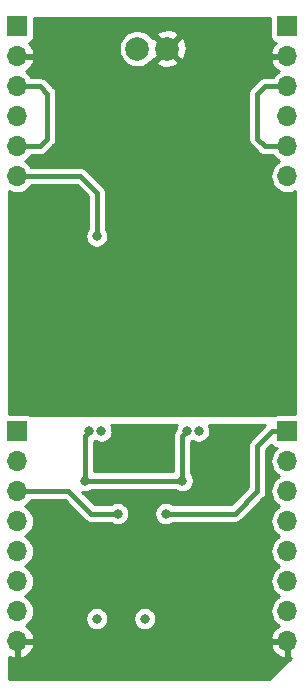
<source format=gbr>
G04 #@! TF.GenerationSoftware,KiCad,Pcbnew,(5.1.2)-2*
G04 #@! TF.CreationDate,2019-12-14T19:53:28+01:00*
G04 #@! TF.ProjectId,IS1212_click,49533132-3132-45f6-936c-69636b2e6b69,rev?*
G04 #@! TF.SameCoordinates,Original*
G04 #@! TF.FileFunction,Copper,L2,Bot*
G04 #@! TF.FilePolarity,Positive*
%FSLAX46Y46*%
G04 Gerber Fmt 4.6, Leading zero omitted, Abs format (unit mm)*
G04 Created by KiCad (PCBNEW (5.1.2)-2) date 2019-12-14 19:53:28*
%MOMM*%
%LPD*%
G04 APERTURE LIST*
%ADD10R,1.700000X1.700000*%
%ADD11O,1.700000X1.700000*%
%ADD12C,2.000000*%
%ADD13C,0.800000*%
%ADD14C,0.381000*%
%ADD15C,0.254000*%
G04 APERTURE END LIST*
D10*
X64770000Y-96520000D03*
D11*
X64770000Y-99060000D03*
X64770000Y-101600000D03*
X64770000Y-104140000D03*
X64770000Y-106680000D03*
X64770000Y-109220000D03*
X87630000Y-109220000D03*
X87630000Y-106680000D03*
X87630000Y-104140000D03*
X87630000Y-101600000D03*
X87630000Y-99060000D03*
D10*
X87630000Y-96520000D03*
D12*
X74930000Y-98425000D03*
X77470000Y-98425000D03*
D10*
X64770000Y-130810000D03*
D11*
X64770000Y-133350000D03*
X64770000Y-135890000D03*
X64770000Y-138430000D03*
X64770000Y-140970000D03*
X64770000Y-143510000D03*
X64770000Y-146050000D03*
X64770000Y-148590000D03*
X87630000Y-148590000D03*
X87630000Y-146050000D03*
X87630000Y-143510000D03*
X87630000Y-140970000D03*
X87630000Y-138430000D03*
X87630000Y-135890000D03*
X87630000Y-133350000D03*
D10*
X87630000Y-130810000D03*
D13*
X70485000Y-135001000D03*
X78740000Y-135001000D03*
X82423000Y-130810000D03*
X81407000Y-130810000D03*
X73152000Y-130810000D03*
X74168000Y-130810000D03*
X81915000Y-146685000D03*
X81280000Y-142875000D03*
X77470000Y-142875000D03*
X73025000Y-142875000D03*
X69215000Y-142875000D03*
X70866000Y-130810000D03*
X71882000Y-130810000D03*
X79121000Y-130810000D03*
X80137000Y-130810000D03*
X74041000Y-118745000D03*
X68199000Y-118745000D03*
X71501000Y-114300000D03*
X75565000Y-146685000D03*
X71501000Y-146685000D03*
X80947500Y-118745000D03*
X84787500Y-118745000D03*
X73279000Y-137795000D03*
X77343000Y-137795000D03*
D14*
X64770000Y-106680000D02*
X66675000Y-106680000D01*
X66675000Y-106680000D02*
X67310000Y-106045000D01*
X67310000Y-106045000D02*
X67310000Y-102235000D01*
X66675000Y-101600000D02*
X64770000Y-101600000D01*
X67310000Y-102235000D02*
X66675000Y-101600000D01*
X87630000Y-106680000D02*
X85725000Y-106680000D01*
X85725000Y-106680000D02*
X85090000Y-106045000D01*
X85090000Y-106045000D02*
X85090000Y-102235000D01*
X85090000Y-102235000D02*
X85725000Y-101600000D01*
X85725000Y-101600000D02*
X87630000Y-101600000D01*
X64770000Y-109220000D02*
X70104000Y-109220000D01*
X71501000Y-110617000D02*
X71501000Y-114300000D01*
X70104000Y-109220000D02*
X71501000Y-110617000D01*
X69215000Y-142875000D02*
X69215000Y-144145000D01*
X69215000Y-144145000D02*
X67310000Y-146050000D01*
X67310000Y-146050000D02*
X67310000Y-147955000D01*
X66675000Y-148590000D02*
X64770000Y-148590000D01*
X67310000Y-147955000D02*
X66675000Y-148590000D01*
X81280000Y-146050000D02*
X81915000Y-146685000D01*
X81280000Y-142875000D02*
X81280000Y-146050000D01*
X81280000Y-142875000D02*
X77470000Y-142875000D01*
X69215000Y-142875000D02*
X73025000Y-142875000D01*
X83820000Y-148590000D02*
X81915000Y-146685000D01*
X87630000Y-148590000D02*
X83820000Y-148590000D01*
X70485000Y-135001000D02*
X78740000Y-135001000D01*
X70485000Y-131191000D02*
X70866000Y-130810000D01*
X70485000Y-135001000D02*
X70485000Y-131191000D01*
X78740000Y-131191000D02*
X79121000Y-130810000D01*
X78740000Y-135001000D02*
X78740000Y-131191000D01*
X73279000Y-137795000D02*
X70993000Y-137795000D01*
X69088000Y-135890000D02*
X64770000Y-135890000D01*
X70993000Y-137795000D02*
X69088000Y-135890000D01*
X77343000Y-137795000D02*
X83185000Y-137795000D01*
X83185000Y-137795000D02*
X85090000Y-135890000D01*
X85090000Y-135890000D02*
X85090000Y-132080000D01*
X86360000Y-130810000D02*
X87630000Y-130810000D01*
X85090000Y-132080000D02*
X86360000Y-130810000D01*
D15*
G36*
X84569111Y-131505298D02*
G01*
X84539555Y-131529554D01*
X84515299Y-131559110D01*
X84515297Y-131559112D01*
X84502687Y-131574478D01*
X84442745Y-131647517D01*
X84370809Y-131782101D01*
X84326510Y-131928133D01*
X84311552Y-132080000D01*
X84315301Y-132118063D01*
X84315300Y-135569109D01*
X82864109Y-137020300D01*
X77955093Y-137020300D01*
X77809193Y-136922813D01*
X77630081Y-136848622D01*
X77439935Y-136810800D01*
X77246065Y-136810800D01*
X77055919Y-136848622D01*
X76876807Y-136922813D01*
X76715609Y-137030522D01*
X76578522Y-137167609D01*
X76470813Y-137328807D01*
X76396622Y-137507919D01*
X76358800Y-137698065D01*
X76358800Y-137891935D01*
X76396622Y-138082081D01*
X76470813Y-138261193D01*
X76578522Y-138422391D01*
X76715609Y-138559478D01*
X76876807Y-138667187D01*
X77055919Y-138741378D01*
X77246065Y-138779200D01*
X77439935Y-138779200D01*
X77630081Y-138741378D01*
X77809193Y-138667187D01*
X77955093Y-138569700D01*
X83146947Y-138569700D01*
X83185000Y-138573448D01*
X83223053Y-138569700D01*
X83336868Y-138558490D01*
X83482899Y-138514192D01*
X83617483Y-138442256D01*
X83735446Y-138345446D01*
X83759707Y-138315884D01*
X85610885Y-136464706D01*
X85640446Y-136440446D01*
X85737256Y-136322483D01*
X85790608Y-136222668D01*
X85809192Y-136187900D01*
X85853490Y-136041868D01*
X85868448Y-135890000D01*
X85864700Y-135851947D01*
X85864700Y-132400891D01*
X86287570Y-131978021D01*
X86291906Y-131986134D01*
X86364910Y-132075090D01*
X86453866Y-132148094D01*
X86555355Y-132202341D01*
X86665477Y-132235746D01*
X86720390Y-132241155D01*
X86610961Y-132330961D01*
X86431737Y-132549346D01*
X86298561Y-132798500D01*
X86216552Y-133068848D01*
X86188861Y-133350000D01*
X86216552Y-133631152D01*
X86298561Y-133901500D01*
X86431737Y-134150654D01*
X86610961Y-134369039D01*
X86829346Y-134548263D01*
X86963556Y-134620000D01*
X86829346Y-134691737D01*
X86610961Y-134870961D01*
X86431737Y-135089346D01*
X86298561Y-135338500D01*
X86216552Y-135608848D01*
X86188861Y-135890000D01*
X86216552Y-136171152D01*
X86298561Y-136441500D01*
X86431737Y-136690654D01*
X86610961Y-136909039D01*
X86829346Y-137088263D01*
X86963556Y-137160000D01*
X86829346Y-137231737D01*
X86610961Y-137410961D01*
X86431737Y-137629346D01*
X86298561Y-137878500D01*
X86216552Y-138148848D01*
X86188861Y-138430000D01*
X86216552Y-138711152D01*
X86298561Y-138981500D01*
X86431737Y-139230654D01*
X86610961Y-139449039D01*
X86829346Y-139628263D01*
X86963556Y-139700000D01*
X86829346Y-139771737D01*
X86610961Y-139950961D01*
X86431737Y-140169346D01*
X86298561Y-140418500D01*
X86216552Y-140688848D01*
X86188861Y-140970000D01*
X86216552Y-141251152D01*
X86298561Y-141521500D01*
X86431737Y-141770654D01*
X86610961Y-141989039D01*
X86829346Y-142168263D01*
X86963556Y-142240000D01*
X86829346Y-142311737D01*
X86610961Y-142490961D01*
X86431737Y-142709346D01*
X86298561Y-142958500D01*
X86216552Y-143228848D01*
X86188861Y-143510000D01*
X86216552Y-143791152D01*
X86298561Y-144061500D01*
X86431737Y-144310654D01*
X86610961Y-144529039D01*
X86829346Y-144708263D01*
X86963556Y-144780000D01*
X86829346Y-144851737D01*
X86610961Y-145030961D01*
X86431737Y-145249346D01*
X86298561Y-145498500D01*
X86216552Y-145768848D01*
X86188861Y-146050000D01*
X86216552Y-146331152D01*
X86298561Y-146601500D01*
X86431737Y-146850654D01*
X86610961Y-147069039D01*
X86829346Y-147248263D01*
X86916489Y-147294842D01*
X86748645Y-147394822D01*
X86532412Y-147589731D01*
X86358359Y-147823080D01*
X86233175Y-148085901D01*
X86188524Y-148233110D01*
X86309845Y-148463000D01*
X87503000Y-148463000D01*
X87503000Y-148443000D01*
X87757000Y-148443000D01*
X87757000Y-148463000D01*
X87777000Y-148463000D01*
X87777000Y-148717000D01*
X87757000Y-148717000D01*
X87757000Y-149910814D01*
X87908255Y-149990206D01*
X86107662Y-151790800D01*
X64109200Y-151790800D01*
X64109200Y-149916556D01*
X64138748Y-149934157D01*
X64413109Y-150031481D01*
X64643000Y-149910814D01*
X64643000Y-148717000D01*
X64897000Y-148717000D01*
X64897000Y-149910814D01*
X65126891Y-150031481D01*
X65401252Y-149934157D01*
X65651355Y-149785178D01*
X65867588Y-149590269D01*
X66041641Y-149356920D01*
X66166825Y-149094099D01*
X66211476Y-148946890D01*
X86188524Y-148946890D01*
X86233175Y-149094099D01*
X86358359Y-149356920D01*
X86532412Y-149590269D01*
X86748645Y-149785178D01*
X86998748Y-149934157D01*
X87273109Y-150031481D01*
X87503000Y-149910814D01*
X87503000Y-148717000D01*
X86309845Y-148717000D01*
X86188524Y-148946890D01*
X66211476Y-148946890D01*
X66090155Y-148717000D01*
X64897000Y-148717000D01*
X64643000Y-148717000D01*
X64623000Y-148717000D01*
X64623000Y-148463000D01*
X64643000Y-148463000D01*
X64643000Y-148443000D01*
X64897000Y-148443000D01*
X64897000Y-148463000D01*
X66090155Y-148463000D01*
X66211476Y-148233110D01*
X66166825Y-148085901D01*
X66041641Y-147823080D01*
X65867588Y-147589731D01*
X65651355Y-147394822D01*
X65483511Y-147294842D01*
X65570654Y-147248263D01*
X65789039Y-147069039D01*
X65968263Y-146850654D01*
X66101439Y-146601500D01*
X66105514Y-146588065D01*
X70516800Y-146588065D01*
X70516800Y-146781935D01*
X70554622Y-146972081D01*
X70628813Y-147151193D01*
X70736522Y-147312391D01*
X70873609Y-147449478D01*
X71034807Y-147557187D01*
X71213919Y-147631378D01*
X71404065Y-147669200D01*
X71597935Y-147669200D01*
X71788081Y-147631378D01*
X71967193Y-147557187D01*
X72128391Y-147449478D01*
X72265478Y-147312391D01*
X72373187Y-147151193D01*
X72447378Y-146972081D01*
X72485200Y-146781935D01*
X72485200Y-146588065D01*
X74580800Y-146588065D01*
X74580800Y-146781935D01*
X74618622Y-146972081D01*
X74692813Y-147151193D01*
X74800522Y-147312391D01*
X74937609Y-147449478D01*
X75098807Y-147557187D01*
X75277919Y-147631378D01*
X75468065Y-147669200D01*
X75661935Y-147669200D01*
X75852081Y-147631378D01*
X76031193Y-147557187D01*
X76192391Y-147449478D01*
X76329478Y-147312391D01*
X76437187Y-147151193D01*
X76511378Y-146972081D01*
X76549200Y-146781935D01*
X76549200Y-146588065D01*
X76511378Y-146397919D01*
X76437187Y-146218807D01*
X76329478Y-146057609D01*
X76192391Y-145920522D01*
X76031193Y-145812813D01*
X75852081Y-145738622D01*
X75661935Y-145700800D01*
X75468065Y-145700800D01*
X75277919Y-145738622D01*
X75098807Y-145812813D01*
X74937609Y-145920522D01*
X74800522Y-146057609D01*
X74692813Y-146218807D01*
X74618622Y-146397919D01*
X74580800Y-146588065D01*
X72485200Y-146588065D01*
X72447378Y-146397919D01*
X72373187Y-146218807D01*
X72265478Y-146057609D01*
X72128391Y-145920522D01*
X71967193Y-145812813D01*
X71788081Y-145738622D01*
X71597935Y-145700800D01*
X71404065Y-145700800D01*
X71213919Y-145738622D01*
X71034807Y-145812813D01*
X70873609Y-145920522D01*
X70736522Y-146057609D01*
X70628813Y-146218807D01*
X70554622Y-146397919D01*
X70516800Y-146588065D01*
X66105514Y-146588065D01*
X66183448Y-146331152D01*
X66211139Y-146050000D01*
X66183448Y-145768848D01*
X66101439Y-145498500D01*
X65968263Y-145249346D01*
X65789039Y-145030961D01*
X65570654Y-144851737D01*
X65436444Y-144780000D01*
X65570654Y-144708263D01*
X65789039Y-144529039D01*
X65968263Y-144310654D01*
X66101439Y-144061500D01*
X66183448Y-143791152D01*
X66211139Y-143510000D01*
X66183448Y-143228848D01*
X66101439Y-142958500D01*
X65968263Y-142709346D01*
X65789039Y-142490961D01*
X65570654Y-142311737D01*
X65436444Y-142240000D01*
X65570654Y-142168263D01*
X65789039Y-141989039D01*
X65968263Y-141770654D01*
X66101439Y-141521500D01*
X66183448Y-141251152D01*
X66211139Y-140970000D01*
X66183448Y-140688848D01*
X66101439Y-140418500D01*
X65968263Y-140169346D01*
X65789039Y-139950961D01*
X65570654Y-139771737D01*
X65436444Y-139700000D01*
X65570654Y-139628263D01*
X65789039Y-139449039D01*
X65968263Y-139230654D01*
X66101439Y-138981500D01*
X66183448Y-138711152D01*
X66211139Y-138430000D01*
X66183448Y-138148848D01*
X66101439Y-137878500D01*
X65968263Y-137629346D01*
X65789039Y-137410961D01*
X65570654Y-137231737D01*
X65436444Y-137160000D01*
X65570654Y-137088263D01*
X65789039Y-136909039D01*
X65968263Y-136690654D01*
X65982136Y-136664700D01*
X68767109Y-136664700D01*
X70418293Y-138315884D01*
X70442554Y-138345446D01*
X70560517Y-138442256D01*
X70660332Y-138495608D01*
X70695100Y-138514192D01*
X70841132Y-138558490D01*
X70993000Y-138573448D01*
X71031053Y-138569700D01*
X72666907Y-138569700D01*
X72812807Y-138667187D01*
X72991919Y-138741378D01*
X73182065Y-138779200D01*
X73375935Y-138779200D01*
X73566081Y-138741378D01*
X73745193Y-138667187D01*
X73906391Y-138559478D01*
X74043478Y-138422391D01*
X74151187Y-138261193D01*
X74225378Y-138082081D01*
X74263200Y-137891935D01*
X74263200Y-137698065D01*
X74225378Y-137507919D01*
X74151187Y-137328807D01*
X74043478Y-137167609D01*
X73906391Y-137030522D01*
X73745193Y-136922813D01*
X73566081Y-136848622D01*
X73375935Y-136810800D01*
X73182065Y-136810800D01*
X72991919Y-136848622D01*
X72812807Y-136922813D01*
X72666907Y-137020300D01*
X71313891Y-137020300D01*
X70251658Y-135958067D01*
X70388065Y-135985200D01*
X70581935Y-135985200D01*
X70772081Y-135947378D01*
X70951193Y-135873187D01*
X71097093Y-135775700D01*
X78127907Y-135775700D01*
X78273807Y-135873187D01*
X78452919Y-135947378D01*
X78643065Y-135985200D01*
X78836935Y-135985200D01*
X79027081Y-135947378D01*
X79206193Y-135873187D01*
X79367391Y-135765478D01*
X79504478Y-135628391D01*
X79612187Y-135467193D01*
X79686378Y-135288081D01*
X79724200Y-135097935D01*
X79724200Y-134904065D01*
X79686378Y-134713919D01*
X79612187Y-134534807D01*
X79514700Y-134388907D01*
X79514700Y-131712215D01*
X79587193Y-131682187D01*
X79629000Y-131654252D01*
X79670807Y-131682187D01*
X79849919Y-131756378D01*
X80040065Y-131794200D01*
X80233935Y-131794200D01*
X80424081Y-131756378D01*
X80603193Y-131682187D01*
X80764391Y-131574478D01*
X80901478Y-131437391D01*
X81009187Y-131276193D01*
X81083378Y-131097081D01*
X81121200Y-130906935D01*
X81121200Y-130713065D01*
X81083378Y-130522919D01*
X81009187Y-130343807D01*
X80981252Y-130302000D01*
X85772409Y-130302000D01*
X84569111Y-131505298D01*
X84569111Y-131505298D01*
G37*
X84569111Y-131505298D02*
X84539555Y-131529554D01*
X84515299Y-131559110D01*
X84515297Y-131559112D01*
X84502687Y-131574478D01*
X84442745Y-131647517D01*
X84370809Y-131782101D01*
X84326510Y-131928133D01*
X84311552Y-132080000D01*
X84315301Y-132118063D01*
X84315300Y-135569109D01*
X82864109Y-137020300D01*
X77955093Y-137020300D01*
X77809193Y-136922813D01*
X77630081Y-136848622D01*
X77439935Y-136810800D01*
X77246065Y-136810800D01*
X77055919Y-136848622D01*
X76876807Y-136922813D01*
X76715609Y-137030522D01*
X76578522Y-137167609D01*
X76470813Y-137328807D01*
X76396622Y-137507919D01*
X76358800Y-137698065D01*
X76358800Y-137891935D01*
X76396622Y-138082081D01*
X76470813Y-138261193D01*
X76578522Y-138422391D01*
X76715609Y-138559478D01*
X76876807Y-138667187D01*
X77055919Y-138741378D01*
X77246065Y-138779200D01*
X77439935Y-138779200D01*
X77630081Y-138741378D01*
X77809193Y-138667187D01*
X77955093Y-138569700D01*
X83146947Y-138569700D01*
X83185000Y-138573448D01*
X83223053Y-138569700D01*
X83336868Y-138558490D01*
X83482899Y-138514192D01*
X83617483Y-138442256D01*
X83735446Y-138345446D01*
X83759707Y-138315884D01*
X85610885Y-136464706D01*
X85640446Y-136440446D01*
X85737256Y-136322483D01*
X85790608Y-136222668D01*
X85809192Y-136187900D01*
X85853490Y-136041868D01*
X85868448Y-135890000D01*
X85864700Y-135851947D01*
X85864700Y-132400891D01*
X86287570Y-131978021D01*
X86291906Y-131986134D01*
X86364910Y-132075090D01*
X86453866Y-132148094D01*
X86555355Y-132202341D01*
X86665477Y-132235746D01*
X86720390Y-132241155D01*
X86610961Y-132330961D01*
X86431737Y-132549346D01*
X86298561Y-132798500D01*
X86216552Y-133068848D01*
X86188861Y-133350000D01*
X86216552Y-133631152D01*
X86298561Y-133901500D01*
X86431737Y-134150654D01*
X86610961Y-134369039D01*
X86829346Y-134548263D01*
X86963556Y-134620000D01*
X86829346Y-134691737D01*
X86610961Y-134870961D01*
X86431737Y-135089346D01*
X86298561Y-135338500D01*
X86216552Y-135608848D01*
X86188861Y-135890000D01*
X86216552Y-136171152D01*
X86298561Y-136441500D01*
X86431737Y-136690654D01*
X86610961Y-136909039D01*
X86829346Y-137088263D01*
X86963556Y-137160000D01*
X86829346Y-137231737D01*
X86610961Y-137410961D01*
X86431737Y-137629346D01*
X86298561Y-137878500D01*
X86216552Y-138148848D01*
X86188861Y-138430000D01*
X86216552Y-138711152D01*
X86298561Y-138981500D01*
X86431737Y-139230654D01*
X86610961Y-139449039D01*
X86829346Y-139628263D01*
X86963556Y-139700000D01*
X86829346Y-139771737D01*
X86610961Y-139950961D01*
X86431737Y-140169346D01*
X86298561Y-140418500D01*
X86216552Y-140688848D01*
X86188861Y-140970000D01*
X86216552Y-141251152D01*
X86298561Y-141521500D01*
X86431737Y-141770654D01*
X86610961Y-141989039D01*
X86829346Y-142168263D01*
X86963556Y-142240000D01*
X86829346Y-142311737D01*
X86610961Y-142490961D01*
X86431737Y-142709346D01*
X86298561Y-142958500D01*
X86216552Y-143228848D01*
X86188861Y-143510000D01*
X86216552Y-143791152D01*
X86298561Y-144061500D01*
X86431737Y-144310654D01*
X86610961Y-144529039D01*
X86829346Y-144708263D01*
X86963556Y-144780000D01*
X86829346Y-144851737D01*
X86610961Y-145030961D01*
X86431737Y-145249346D01*
X86298561Y-145498500D01*
X86216552Y-145768848D01*
X86188861Y-146050000D01*
X86216552Y-146331152D01*
X86298561Y-146601500D01*
X86431737Y-146850654D01*
X86610961Y-147069039D01*
X86829346Y-147248263D01*
X86916489Y-147294842D01*
X86748645Y-147394822D01*
X86532412Y-147589731D01*
X86358359Y-147823080D01*
X86233175Y-148085901D01*
X86188524Y-148233110D01*
X86309845Y-148463000D01*
X87503000Y-148463000D01*
X87503000Y-148443000D01*
X87757000Y-148443000D01*
X87757000Y-148463000D01*
X87777000Y-148463000D01*
X87777000Y-148717000D01*
X87757000Y-148717000D01*
X87757000Y-149910814D01*
X87908255Y-149990206D01*
X86107662Y-151790800D01*
X64109200Y-151790800D01*
X64109200Y-149916556D01*
X64138748Y-149934157D01*
X64413109Y-150031481D01*
X64643000Y-149910814D01*
X64643000Y-148717000D01*
X64897000Y-148717000D01*
X64897000Y-149910814D01*
X65126891Y-150031481D01*
X65401252Y-149934157D01*
X65651355Y-149785178D01*
X65867588Y-149590269D01*
X66041641Y-149356920D01*
X66166825Y-149094099D01*
X66211476Y-148946890D01*
X86188524Y-148946890D01*
X86233175Y-149094099D01*
X86358359Y-149356920D01*
X86532412Y-149590269D01*
X86748645Y-149785178D01*
X86998748Y-149934157D01*
X87273109Y-150031481D01*
X87503000Y-149910814D01*
X87503000Y-148717000D01*
X86309845Y-148717000D01*
X86188524Y-148946890D01*
X66211476Y-148946890D01*
X66090155Y-148717000D01*
X64897000Y-148717000D01*
X64643000Y-148717000D01*
X64623000Y-148717000D01*
X64623000Y-148463000D01*
X64643000Y-148463000D01*
X64643000Y-148443000D01*
X64897000Y-148443000D01*
X64897000Y-148463000D01*
X66090155Y-148463000D01*
X66211476Y-148233110D01*
X66166825Y-148085901D01*
X66041641Y-147823080D01*
X65867588Y-147589731D01*
X65651355Y-147394822D01*
X65483511Y-147294842D01*
X65570654Y-147248263D01*
X65789039Y-147069039D01*
X65968263Y-146850654D01*
X66101439Y-146601500D01*
X66105514Y-146588065D01*
X70516800Y-146588065D01*
X70516800Y-146781935D01*
X70554622Y-146972081D01*
X70628813Y-147151193D01*
X70736522Y-147312391D01*
X70873609Y-147449478D01*
X71034807Y-147557187D01*
X71213919Y-147631378D01*
X71404065Y-147669200D01*
X71597935Y-147669200D01*
X71788081Y-147631378D01*
X71967193Y-147557187D01*
X72128391Y-147449478D01*
X72265478Y-147312391D01*
X72373187Y-147151193D01*
X72447378Y-146972081D01*
X72485200Y-146781935D01*
X72485200Y-146588065D01*
X74580800Y-146588065D01*
X74580800Y-146781935D01*
X74618622Y-146972081D01*
X74692813Y-147151193D01*
X74800522Y-147312391D01*
X74937609Y-147449478D01*
X75098807Y-147557187D01*
X75277919Y-147631378D01*
X75468065Y-147669200D01*
X75661935Y-147669200D01*
X75852081Y-147631378D01*
X76031193Y-147557187D01*
X76192391Y-147449478D01*
X76329478Y-147312391D01*
X76437187Y-147151193D01*
X76511378Y-146972081D01*
X76549200Y-146781935D01*
X76549200Y-146588065D01*
X76511378Y-146397919D01*
X76437187Y-146218807D01*
X76329478Y-146057609D01*
X76192391Y-145920522D01*
X76031193Y-145812813D01*
X75852081Y-145738622D01*
X75661935Y-145700800D01*
X75468065Y-145700800D01*
X75277919Y-145738622D01*
X75098807Y-145812813D01*
X74937609Y-145920522D01*
X74800522Y-146057609D01*
X74692813Y-146218807D01*
X74618622Y-146397919D01*
X74580800Y-146588065D01*
X72485200Y-146588065D01*
X72447378Y-146397919D01*
X72373187Y-146218807D01*
X72265478Y-146057609D01*
X72128391Y-145920522D01*
X71967193Y-145812813D01*
X71788081Y-145738622D01*
X71597935Y-145700800D01*
X71404065Y-145700800D01*
X71213919Y-145738622D01*
X71034807Y-145812813D01*
X70873609Y-145920522D01*
X70736522Y-146057609D01*
X70628813Y-146218807D01*
X70554622Y-146397919D01*
X70516800Y-146588065D01*
X66105514Y-146588065D01*
X66183448Y-146331152D01*
X66211139Y-146050000D01*
X66183448Y-145768848D01*
X66101439Y-145498500D01*
X65968263Y-145249346D01*
X65789039Y-145030961D01*
X65570654Y-144851737D01*
X65436444Y-144780000D01*
X65570654Y-144708263D01*
X65789039Y-144529039D01*
X65968263Y-144310654D01*
X66101439Y-144061500D01*
X66183448Y-143791152D01*
X66211139Y-143510000D01*
X66183448Y-143228848D01*
X66101439Y-142958500D01*
X65968263Y-142709346D01*
X65789039Y-142490961D01*
X65570654Y-142311737D01*
X65436444Y-142240000D01*
X65570654Y-142168263D01*
X65789039Y-141989039D01*
X65968263Y-141770654D01*
X66101439Y-141521500D01*
X66183448Y-141251152D01*
X66211139Y-140970000D01*
X66183448Y-140688848D01*
X66101439Y-140418500D01*
X65968263Y-140169346D01*
X65789039Y-139950961D01*
X65570654Y-139771737D01*
X65436444Y-139700000D01*
X65570654Y-139628263D01*
X65789039Y-139449039D01*
X65968263Y-139230654D01*
X66101439Y-138981500D01*
X66183448Y-138711152D01*
X66211139Y-138430000D01*
X66183448Y-138148848D01*
X66101439Y-137878500D01*
X65968263Y-137629346D01*
X65789039Y-137410961D01*
X65570654Y-137231737D01*
X65436444Y-137160000D01*
X65570654Y-137088263D01*
X65789039Y-136909039D01*
X65968263Y-136690654D01*
X65982136Y-136664700D01*
X68767109Y-136664700D01*
X70418293Y-138315884D01*
X70442554Y-138345446D01*
X70560517Y-138442256D01*
X70660332Y-138495608D01*
X70695100Y-138514192D01*
X70841132Y-138558490D01*
X70993000Y-138573448D01*
X71031053Y-138569700D01*
X72666907Y-138569700D01*
X72812807Y-138667187D01*
X72991919Y-138741378D01*
X73182065Y-138779200D01*
X73375935Y-138779200D01*
X73566081Y-138741378D01*
X73745193Y-138667187D01*
X73906391Y-138559478D01*
X74043478Y-138422391D01*
X74151187Y-138261193D01*
X74225378Y-138082081D01*
X74263200Y-137891935D01*
X74263200Y-137698065D01*
X74225378Y-137507919D01*
X74151187Y-137328807D01*
X74043478Y-137167609D01*
X73906391Y-137030522D01*
X73745193Y-136922813D01*
X73566081Y-136848622D01*
X73375935Y-136810800D01*
X73182065Y-136810800D01*
X72991919Y-136848622D01*
X72812807Y-136922813D01*
X72666907Y-137020300D01*
X71313891Y-137020300D01*
X70251658Y-135958067D01*
X70388065Y-135985200D01*
X70581935Y-135985200D01*
X70772081Y-135947378D01*
X70951193Y-135873187D01*
X71097093Y-135775700D01*
X78127907Y-135775700D01*
X78273807Y-135873187D01*
X78452919Y-135947378D01*
X78643065Y-135985200D01*
X78836935Y-135985200D01*
X79027081Y-135947378D01*
X79206193Y-135873187D01*
X79367391Y-135765478D01*
X79504478Y-135628391D01*
X79612187Y-135467193D01*
X79686378Y-135288081D01*
X79724200Y-135097935D01*
X79724200Y-134904065D01*
X79686378Y-134713919D01*
X79612187Y-134534807D01*
X79514700Y-134388907D01*
X79514700Y-131712215D01*
X79587193Y-131682187D01*
X79629000Y-131654252D01*
X79670807Y-131682187D01*
X79849919Y-131756378D01*
X80040065Y-131794200D01*
X80233935Y-131794200D01*
X80424081Y-131756378D01*
X80603193Y-131682187D01*
X80764391Y-131574478D01*
X80901478Y-131437391D01*
X81009187Y-131276193D01*
X81083378Y-131097081D01*
X81121200Y-130906935D01*
X81121200Y-130713065D01*
X81083378Y-130522919D01*
X81009187Y-130343807D01*
X80981252Y-130302000D01*
X85772409Y-130302000D01*
X84569111Y-131505298D01*
G36*
X78248813Y-130343807D02*
G01*
X78174622Y-130522919D01*
X78138960Y-130702203D01*
X78092745Y-130758517D01*
X78020809Y-130893101D01*
X77976510Y-131039133D01*
X77961552Y-131191000D01*
X77965301Y-131229063D01*
X77965300Y-134226300D01*
X71259700Y-134226300D01*
X71259700Y-131712215D01*
X71332193Y-131682187D01*
X71374000Y-131654252D01*
X71415807Y-131682187D01*
X71594919Y-131756378D01*
X71785065Y-131794200D01*
X71978935Y-131794200D01*
X72169081Y-131756378D01*
X72348193Y-131682187D01*
X72509391Y-131574478D01*
X72646478Y-131437391D01*
X72754187Y-131276193D01*
X72828378Y-131097081D01*
X72866200Y-130906935D01*
X72866200Y-130713065D01*
X72828378Y-130522919D01*
X72754187Y-130343807D01*
X72726252Y-130302000D01*
X78276748Y-130302000D01*
X78248813Y-130343807D01*
X78248813Y-130343807D01*
G37*
X78248813Y-130343807D02*
X78174622Y-130522919D01*
X78138960Y-130702203D01*
X78092745Y-130758517D01*
X78020809Y-130893101D01*
X77976510Y-131039133D01*
X77961552Y-131191000D01*
X77965301Y-131229063D01*
X77965300Y-134226300D01*
X71259700Y-134226300D01*
X71259700Y-131712215D01*
X71332193Y-131682187D01*
X71374000Y-131654252D01*
X71415807Y-131682187D01*
X71594919Y-131756378D01*
X71785065Y-131794200D01*
X71978935Y-131794200D01*
X72169081Y-131756378D01*
X72348193Y-131682187D01*
X72509391Y-131574478D01*
X72646478Y-131437391D01*
X72754187Y-131276193D01*
X72828378Y-131097081D01*
X72866200Y-130906935D01*
X72866200Y-130713065D01*
X72828378Y-130522919D01*
X72754187Y-130343807D01*
X72726252Y-130302000D01*
X78276748Y-130302000D01*
X78248813Y-130343807D01*
G36*
X86192974Y-97370000D02*
G01*
X86204254Y-97484523D01*
X86237659Y-97594645D01*
X86291906Y-97696134D01*
X86364910Y-97785090D01*
X86453866Y-97858094D01*
X86555355Y-97912341D01*
X86660532Y-97944246D01*
X86532412Y-98059731D01*
X86358359Y-98293080D01*
X86233175Y-98555901D01*
X86188524Y-98703110D01*
X86309845Y-98933000D01*
X87503000Y-98933000D01*
X87503000Y-98913000D01*
X87757000Y-98913000D01*
X87757000Y-98933000D01*
X87777000Y-98933000D01*
X87777000Y-99187000D01*
X87757000Y-99187000D01*
X87757000Y-99207000D01*
X87503000Y-99207000D01*
X87503000Y-99187000D01*
X86309845Y-99187000D01*
X86188524Y-99416890D01*
X86233175Y-99564099D01*
X86358359Y-99826920D01*
X86532412Y-100060269D01*
X86748645Y-100255178D01*
X86916489Y-100355158D01*
X86829346Y-100401737D01*
X86610961Y-100580961D01*
X86431737Y-100799346D01*
X86417864Y-100825300D01*
X85763056Y-100825300D01*
X85725000Y-100821552D01*
X85573132Y-100836509D01*
X85427101Y-100880808D01*
X85292517Y-100952744D01*
X85174554Y-101049554D01*
X85150293Y-101079116D01*
X84569111Y-101660298D01*
X84539555Y-101684554D01*
X84442745Y-101802517D01*
X84400714Y-101881152D01*
X84370809Y-101937101D01*
X84326510Y-102083133D01*
X84311552Y-102235000D01*
X84315301Y-102273063D01*
X84315300Y-106006947D01*
X84311552Y-106045000D01*
X84315300Y-106083052D01*
X84326510Y-106196867D01*
X84370808Y-106342898D01*
X84442744Y-106477482D01*
X84539554Y-106595446D01*
X84569116Y-106619707D01*
X85150293Y-107200884D01*
X85174554Y-107230446D01*
X85292517Y-107327256D01*
X85427099Y-107399191D01*
X85427101Y-107399192D01*
X85573132Y-107443491D01*
X85725000Y-107458448D01*
X85763056Y-107454700D01*
X86417864Y-107454700D01*
X86431737Y-107480654D01*
X86610961Y-107699039D01*
X86829346Y-107878263D01*
X86963556Y-107950000D01*
X86829346Y-108021737D01*
X86610961Y-108200961D01*
X86431737Y-108419346D01*
X86298561Y-108668500D01*
X86216552Y-108938848D01*
X86188861Y-109220000D01*
X86216552Y-109501152D01*
X86298561Y-109771500D01*
X86431737Y-110020654D01*
X86610961Y-110239039D01*
X86829346Y-110418263D01*
X87078500Y-110551439D01*
X87348848Y-110633448D01*
X87559547Y-110654200D01*
X87700453Y-110654200D01*
X87911152Y-110633448D01*
X88181500Y-110551439D01*
X88290800Y-110493017D01*
X88290801Y-129372974D01*
X86780000Y-129372974D01*
X86665477Y-129384254D01*
X86570714Y-129413000D01*
X65829286Y-129413000D01*
X65734523Y-129384254D01*
X65620000Y-129372974D01*
X64109200Y-129372974D01*
X64109200Y-110493017D01*
X64218500Y-110551439D01*
X64488848Y-110633448D01*
X64699547Y-110654200D01*
X64840453Y-110654200D01*
X65051152Y-110633448D01*
X65321500Y-110551439D01*
X65570654Y-110418263D01*
X65789039Y-110239039D01*
X65968263Y-110020654D01*
X65982136Y-109994700D01*
X69783109Y-109994700D01*
X70726300Y-110937891D01*
X70726301Y-113687906D01*
X70628813Y-113833807D01*
X70554622Y-114012919D01*
X70516800Y-114203065D01*
X70516800Y-114396935D01*
X70554622Y-114587081D01*
X70628813Y-114766193D01*
X70736522Y-114927391D01*
X70873609Y-115064478D01*
X71034807Y-115172187D01*
X71213919Y-115246378D01*
X71404065Y-115284200D01*
X71597935Y-115284200D01*
X71788081Y-115246378D01*
X71967193Y-115172187D01*
X72128391Y-115064478D01*
X72265478Y-114927391D01*
X72373187Y-114766193D01*
X72447378Y-114587081D01*
X72485200Y-114396935D01*
X72485200Y-114203065D01*
X72447378Y-114012919D01*
X72373187Y-113833807D01*
X72275700Y-113687907D01*
X72275700Y-110655045D01*
X72279447Y-110616999D01*
X72275700Y-110578954D01*
X72275700Y-110578947D01*
X72264490Y-110465132D01*
X72220192Y-110319101D01*
X72148256Y-110184517D01*
X72051446Y-110066554D01*
X72021885Y-110042294D01*
X70678707Y-108699116D01*
X70654446Y-108669554D01*
X70536483Y-108572744D01*
X70401899Y-108500808D01*
X70255868Y-108456510D01*
X70142053Y-108445300D01*
X70104000Y-108441552D01*
X70065947Y-108445300D01*
X65982136Y-108445300D01*
X65968263Y-108419346D01*
X65789039Y-108200961D01*
X65570654Y-108021737D01*
X65436444Y-107950000D01*
X65570654Y-107878263D01*
X65789039Y-107699039D01*
X65968263Y-107480654D01*
X65982136Y-107454700D01*
X66636947Y-107454700D01*
X66675000Y-107458448D01*
X66713053Y-107454700D01*
X66826868Y-107443490D01*
X66972899Y-107399192D01*
X67107483Y-107327256D01*
X67225446Y-107230446D01*
X67249707Y-107200884D01*
X67830885Y-106619706D01*
X67860446Y-106595446D01*
X67957256Y-106477483D01*
X68029192Y-106342899D01*
X68029192Y-106342898D01*
X68073491Y-106196868D01*
X68088448Y-106045000D01*
X68084700Y-106006944D01*
X68084700Y-102273056D01*
X68088448Y-102235000D01*
X68073491Y-102083132D01*
X68029192Y-101937101D01*
X67999287Y-101881152D01*
X67957256Y-101802517D01*
X67860446Y-101684554D01*
X67830884Y-101660293D01*
X67249707Y-101079116D01*
X67225446Y-101049554D01*
X67107483Y-100952744D01*
X66972899Y-100880808D01*
X66826868Y-100836510D01*
X66713053Y-100825300D01*
X66675000Y-100821552D01*
X66636947Y-100825300D01*
X65982136Y-100825300D01*
X65968263Y-100799346D01*
X65789039Y-100580961D01*
X65570654Y-100401737D01*
X65483511Y-100355158D01*
X65651355Y-100255178D01*
X65867588Y-100060269D01*
X66041641Y-99826920D01*
X66166825Y-99564099D01*
X66211476Y-99416890D01*
X66090155Y-99187000D01*
X64897000Y-99187000D01*
X64897000Y-99207000D01*
X64643000Y-99207000D01*
X64643000Y-99187000D01*
X64623000Y-99187000D01*
X64623000Y-98933000D01*
X64643000Y-98933000D01*
X64643000Y-98913000D01*
X64897000Y-98913000D01*
X64897000Y-98933000D01*
X66090155Y-98933000D01*
X66211476Y-98703110D01*
X66166825Y-98555901D01*
X66041641Y-98293080D01*
X66023658Y-98268970D01*
X73345800Y-98268970D01*
X73345800Y-98581030D01*
X73406680Y-98887094D01*
X73526100Y-99175400D01*
X73699472Y-99434868D01*
X73920132Y-99655528D01*
X74179600Y-99828900D01*
X74467906Y-99948320D01*
X74773970Y-100009200D01*
X75086030Y-100009200D01*
X75392094Y-99948320D01*
X75680400Y-99828900D01*
X75939868Y-99655528D01*
X76034983Y-99560413D01*
X76514192Y-99560413D01*
X76609956Y-99824814D01*
X76899571Y-99965704D01*
X77211108Y-100047384D01*
X77532595Y-100066718D01*
X77851675Y-100022961D01*
X78156088Y-99917795D01*
X78330044Y-99824814D01*
X78425808Y-99560413D01*
X77470000Y-98604605D01*
X76514192Y-99560413D01*
X76034983Y-99560413D01*
X76160528Y-99434868D01*
X76223528Y-99340583D01*
X76334587Y-99380808D01*
X77290395Y-98425000D01*
X77649605Y-98425000D01*
X78605413Y-99380808D01*
X78869814Y-99285044D01*
X79010704Y-98995429D01*
X79092384Y-98683892D01*
X79111718Y-98362405D01*
X79067961Y-98043325D01*
X78962795Y-97738912D01*
X78869814Y-97564956D01*
X78605413Y-97469192D01*
X77649605Y-98425000D01*
X77290395Y-98425000D01*
X76334587Y-97469192D01*
X76223528Y-97509417D01*
X76160528Y-97415132D01*
X76034983Y-97289587D01*
X76514192Y-97289587D01*
X77470000Y-98245395D01*
X78425808Y-97289587D01*
X78330044Y-97025186D01*
X78040429Y-96884296D01*
X77728892Y-96802616D01*
X77407405Y-96783282D01*
X77088325Y-96827039D01*
X76783912Y-96932205D01*
X76609956Y-97025186D01*
X76514192Y-97289587D01*
X76034983Y-97289587D01*
X75939868Y-97194472D01*
X75680400Y-97021100D01*
X75392094Y-96901680D01*
X75086030Y-96840800D01*
X74773970Y-96840800D01*
X74467906Y-96901680D01*
X74179600Y-97021100D01*
X73920132Y-97194472D01*
X73699472Y-97415132D01*
X73526100Y-97674600D01*
X73406680Y-97962906D01*
X73345800Y-98268970D01*
X66023658Y-98268970D01*
X65867588Y-98059731D01*
X65739468Y-97944246D01*
X65844645Y-97912341D01*
X65946134Y-97858094D01*
X66035090Y-97785090D01*
X66108094Y-97696134D01*
X66162341Y-97594645D01*
X66195746Y-97484523D01*
X66207026Y-97370000D01*
X66207026Y-95859200D01*
X86192974Y-95859200D01*
X86192974Y-97370000D01*
X86192974Y-97370000D01*
G37*
X86192974Y-97370000D02*
X86204254Y-97484523D01*
X86237659Y-97594645D01*
X86291906Y-97696134D01*
X86364910Y-97785090D01*
X86453866Y-97858094D01*
X86555355Y-97912341D01*
X86660532Y-97944246D01*
X86532412Y-98059731D01*
X86358359Y-98293080D01*
X86233175Y-98555901D01*
X86188524Y-98703110D01*
X86309845Y-98933000D01*
X87503000Y-98933000D01*
X87503000Y-98913000D01*
X87757000Y-98913000D01*
X87757000Y-98933000D01*
X87777000Y-98933000D01*
X87777000Y-99187000D01*
X87757000Y-99187000D01*
X87757000Y-99207000D01*
X87503000Y-99207000D01*
X87503000Y-99187000D01*
X86309845Y-99187000D01*
X86188524Y-99416890D01*
X86233175Y-99564099D01*
X86358359Y-99826920D01*
X86532412Y-100060269D01*
X86748645Y-100255178D01*
X86916489Y-100355158D01*
X86829346Y-100401737D01*
X86610961Y-100580961D01*
X86431737Y-100799346D01*
X86417864Y-100825300D01*
X85763056Y-100825300D01*
X85725000Y-100821552D01*
X85573132Y-100836509D01*
X85427101Y-100880808D01*
X85292517Y-100952744D01*
X85174554Y-101049554D01*
X85150293Y-101079116D01*
X84569111Y-101660298D01*
X84539555Y-101684554D01*
X84442745Y-101802517D01*
X84400714Y-101881152D01*
X84370809Y-101937101D01*
X84326510Y-102083133D01*
X84311552Y-102235000D01*
X84315301Y-102273063D01*
X84315300Y-106006947D01*
X84311552Y-106045000D01*
X84315300Y-106083052D01*
X84326510Y-106196867D01*
X84370808Y-106342898D01*
X84442744Y-106477482D01*
X84539554Y-106595446D01*
X84569116Y-106619707D01*
X85150293Y-107200884D01*
X85174554Y-107230446D01*
X85292517Y-107327256D01*
X85427099Y-107399191D01*
X85427101Y-107399192D01*
X85573132Y-107443491D01*
X85725000Y-107458448D01*
X85763056Y-107454700D01*
X86417864Y-107454700D01*
X86431737Y-107480654D01*
X86610961Y-107699039D01*
X86829346Y-107878263D01*
X86963556Y-107950000D01*
X86829346Y-108021737D01*
X86610961Y-108200961D01*
X86431737Y-108419346D01*
X86298561Y-108668500D01*
X86216552Y-108938848D01*
X86188861Y-109220000D01*
X86216552Y-109501152D01*
X86298561Y-109771500D01*
X86431737Y-110020654D01*
X86610961Y-110239039D01*
X86829346Y-110418263D01*
X87078500Y-110551439D01*
X87348848Y-110633448D01*
X87559547Y-110654200D01*
X87700453Y-110654200D01*
X87911152Y-110633448D01*
X88181500Y-110551439D01*
X88290800Y-110493017D01*
X88290801Y-129372974D01*
X86780000Y-129372974D01*
X86665477Y-129384254D01*
X86570714Y-129413000D01*
X65829286Y-129413000D01*
X65734523Y-129384254D01*
X65620000Y-129372974D01*
X64109200Y-129372974D01*
X64109200Y-110493017D01*
X64218500Y-110551439D01*
X64488848Y-110633448D01*
X64699547Y-110654200D01*
X64840453Y-110654200D01*
X65051152Y-110633448D01*
X65321500Y-110551439D01*
X65570654Y-110418263D01*
X65789039Y-110239039D01*
X65968263Y-110020654D01*
X65982136Y-109994700D01*
X69783109Y-109994700D01*
X70726300Y-110937891D01*
X70726301Y-113687906D01*
X70628813Y-113833807D01*
X70554622Y-114012919D01*
X70516800Y-114203065D01*
X70516800Y-114396935D01*
X70554622Y-114587081D01*
X70628813Y-114766193D01*
X70736522Y-114927391D01*
X70873609Y-115064478D01*
X71034807Y-115172187D01*
X71213919Y-115246378D01*
X71404065Y-115284200D01*
X71597935Y-115284200D01*
X71788081Y-115246378D01*
X71967193Y-115172187D01*
X72128391Y-115064478D01*
X72265478Y-114927391D01*
X72373187Y-114766193D01*
X72447378Y-114587081D01*
X72485200Y-114396935D01*
X72485200Y-114203065D01*
X72447378Y-114012919D01*
X72373187Y-113833807D01*
X72275700Y-113687907D01*
X72275700Y-110655045D01*
X72279447Y-110616999D01*
X72275700Y-110578954D01*
X72275700Y-110578947D01*
X72264490Y-110465132D01*
X72220192Y-110319101D01*
X72148256Y-110184517D01*
X72051446Y-110066554D01*
X72021885Y-110042294D01*
X70678707Y-108699116D01*
X70654446Y-108669554D01*
X70536483Y-108572744D01*
X70401899Y-108500808D01*
X70255868Y-108456510D01*
X70142053Y-108445300D01*
X70104000Y-108441552D01*
X70065947Y-108445300D01*
X65982136Y-108445300D01*
X65968263Y-108419346D01*
X65789039Y-108200961D01*
X65570654Y-108021737D01*
X65436444Y-107950000D01*
X65570654Y-107878263D01*
X65789039Y-107699039D01*
X65968263Y-107480654D01*
X65982136Y-107454700D01*
X66636947Y-107454700D01*
X66675000Y-107458448D01*
X66713053Y-107454700D01*
X66826868Y-107443490D01*
X66972899Y-107399192D01*
X67107483Y-107327256D01*
X67225446Y-107230446D01*
X67249707Y-107200884D01*
X67830885Y-106619706D01*
X67860446Y-106595446D01*
X67957256Y-106477483D01*
X68029192Y-106342899D01*
X68029192Y-106342898D01*
X68073491Y-106196868D01*
X68088448Y-106045000D01*
X68084700Y-106006944D01*
X68084700Y-102273056D01*
X68088448Y-102235000D01*
X68073491Y-102083132D01*
X68029192Y-101937101D01*
X67999287Y-101881152D01*
X67957256Y-101802517D01*
X67860446Y-101684554D01*
X67830884Y-101660293D01*
X67249707Y-101079116D01*
X67225446Y-101049554D01*
X67107483Y-100952744D01*
X66972899Y-100880808D01*
X66826868Y-100836510D01*
X66713053Y-100825300D01*
X66675000Y-100821552D01*
X66636947Y-100825300D01*
X65982136Y-100825300D01*
X65968263Y-100799346D01*
X65789039Y-100580961D01*
X65570654Y-100401737D01*
X65483511Y-100355158D01*
X65651355Y-100255178D01*
X65867588Y-100060269D01*
X66041641Y-99826920D01*
X66166825Y-99564099D01*
X66211476Y-99416890D01*
X66090155Y-99187000D01*
X64897000Y-99187000D01*
X64897000Y-99207000D01*
X64643000Y-99207000D01*
X64643000Y-99187000D01*
X64623000Y-99187000D01*
X64623000Y-98933000D01*
X64643000Y-98933000D01*
X64643000Y-98913000D01*
X64897000Y-98913000D01*
X64897000Y-98933000D01*
X66090155Y-98933000D01*
X66211476Y-98703110D01*
X66166825Y-98555901D01*
X66041641Y-98293080D01*
X66023658Y-98268970D01*
X73345800Y-98268970D01*
X73345800Y-98581030D01*
X73406680Y-98887094D01*
X73526100Y-99175400D01*
X73699472Y-99434868D01*
X73920132Y-99655528D01*
X74179600Y-99828900D01*
X74467906Y-99948320D01*
X74773970Y-100009200D01*
X75086030Y-100009200D01*
X75392094Y-99948320D01*
X75680400Y-99828900D01*
X75939868Y-99655528D01*
X76034983Y-99560413D01*
X76514192Y-99560413D01*
X76609956Y-99824814D01*
X76899571Y-99965704D01*
X77211108Y-100047384D01*
X77532595Y-100066718D01*
X77851675Y-100022961D01*
X78156088Y-99917795D01*
X78330044Y-99824814D01*
X78425808Y-99560413D01*
X77470000Y-98604605D01*
X76514192Y-99560413D01*
X76034983Y-99560413D01*
X76160528Y-99434868D01*
X76223528Y-99340583D01*
X76334587Y-99380808D01*
X77290395Y-98425000D01*
X77649605Y-98425000D01*
X78605413Y-99380808D01*
X78869814Y-99285044D01*
X79010704Y-98995429D01*
X79092384Y-98683892D01*
X79111718Y-98362405D01*
X79067961Y-98043325D01*
X78962795Y-97738912D01*
X78869814Y-97564956D01*
X78605413Y-97469192D01*
X77649605Y-98425000D01*
X77290395Y-98425000D01*
X76334587Y-97469192D01*
X76223528Y-97509417D01*
X76160528Y-97415132D01*
X76034983Y-97289587D01*
X76514192Y-97289587D01*
X77470000Y-98245395D01*
X78425808Y-97289587D01*
X78330044Y-97025186D01*
X78040429Y-96884296D01*
X77728892Y-96802616D01*
X77407405Y-96783282D01*
X77088325Y-96827039D01*
X76783912Y-96932205D01*
X76609956Y-97025186D01*
X76514192Y-97289587D01*
X76034983Y-97289587D01*
X75939868Y-97194472D01*
X75680400Y-97021100D01*
X75392094Y-96901680D01*
X75086030Y-96840800D01*
X74773970Y-96840800D01*
X74467906Y-96901680D01*
X74179600Y-97021100D01*
X73920132Y-97194472D01*
X73699472Y-97415132D01*
X73526100Y-97674600D01*
X73406680Y-97962906D01*
X73345800Y-98268970D01*
X66023658Y-98268970D01*
X65867588Y-98059731D01*
X65739468Y-97944246D01*
X65844645Y-97912341D01*
X65946134Y-97858094D01*
X66035090Y-97785090D01*
X66108094Y-97696134D01*
X66162341Y-97594645D01*
X66195746Y-97484523D01*
X66207026Y-97370000D01*
X66207026Y-95859200D01*
X86192974Y-95859200D01*
X86192974Y-97370000D01*
M02*

</source>
